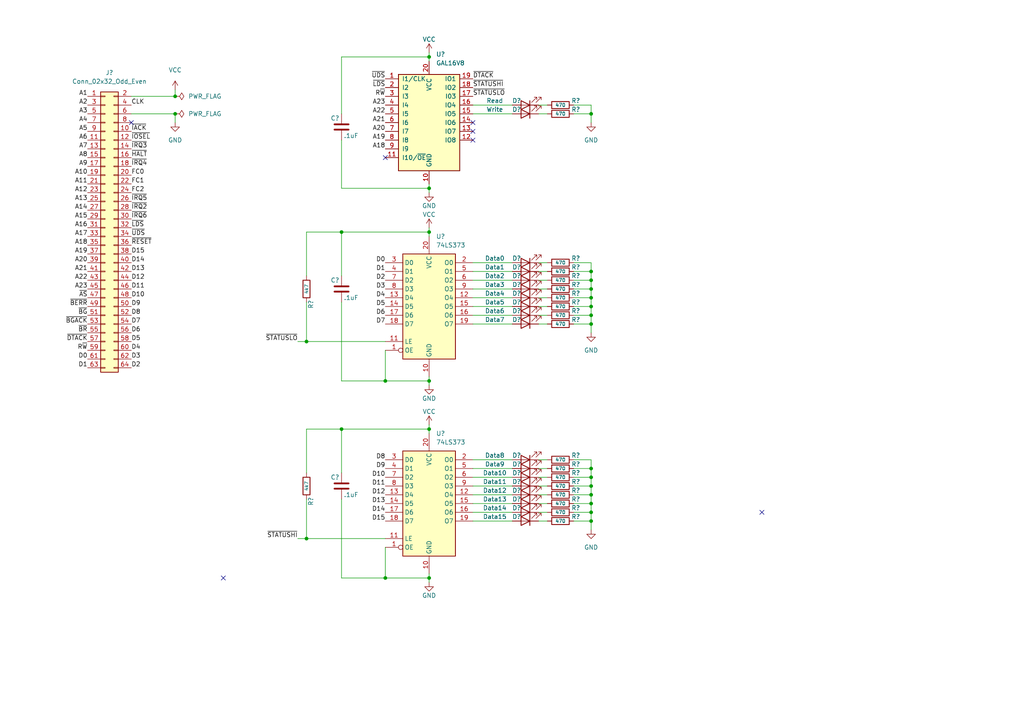
<source format=kicad_sch>
(kicad_sch (version 20211123) (generator eeschema)
  (paper "A4")
  (lib_symbols
    (symbol "74xx:74LS373"
      (property "Reference" "U" (at -7.62 16.51 0))
      (property "Value" "74LS373" (at -7.62 -16.51 0))
      (symbol "74LS373_1_0"
        (pin input inverted (at -12.7 -12.7 0) (length 5.08) (name "OE") (number "1"))
        (pin power_in line (at 0 -20.32 90) (length 5.08) (name "GND") (number "10"))
        (pin input line (at -12.7 -10.16 0) (length 5.08) (name "LE") (number "11"))
        (pin tri_state line (at 12.7 2.54 180) (length 5.08) (name "O4") (number "12"))
        (pin input line (at -12.7 2.54 0) (length 5.08) (name "D4") (number "13"))
        (pin input line (at -12.7 0 0) (length 5.08) (name "D5") (number "14"))
        (pin tri_state line (at 12.7 0 180) (length 5.08) (name "O5") (number "15"))
        (pin tri_state line (at 12.7 -2.54 180) (length 5.08) (name "O6") (number "16"))
        (pin input line (at -12.7 -2.54 0) (length 5.08) (name "D6") (number "17"))
        (pin input line (at -12.7 -5.08 0) (length 5.08) (name "D7") (number "18"))
        (pin tri_state line (at 12.7 -5.08 180) (length 5.08) (name "O7") (number "19"))
        (pin tri_state line (at 12.7 12.7 180) (length 5.08) (name "O0") (number "2"))
        (pin power_in line (at 0 20.32 270) (length 5.08) (name "VCC") (number "20"))
        (pin input line (at -12.7 12.7 0) (length 5.08) (name "D0") (number "3"))
        (pin input line (at -12.7 10.16 0) (length 5.08) (name "D1") (number "4"))
        (pin tri_state line (at 12.7 10.16 180) (length 5.08) (name "O1") (number "5"))
        (pin tri_state line (at 12.7 7.62 180) (length 5.08) (name "O2") (number "6"))
        (pin input line (at -12.7 7.62 0) (length 5.08) (name "D2") (number "7"))
        (pin input line (at -12.7 5.08 0) (length 5.08) (name "D3") (number "8"))
        (pin tri_state line (at 12.7 5.08 180) (length 5.08) (name "O3") (number "9"))
      )
      (symbol "74LS373_1_1"
        (rectangle (start -7.62 15.24) (end 7.62 -15.24) (stroke (width 0.254)) (fill (type background)))
      )
    )
    (symbol "Connector_Generic:Conn_02x32_Odd_Even" (pin_names (offset 1.016) hide)
      (property "Reference" "J" (at 1.27 40.64 0))
      (property "Value" "Conn_02x32_Odd_Even" (at 1.27 -43.18 0))
      (symbol "Conn_02x32_Odd_Even_1_1"
        (rectangle (start -1.27 -40.513) (end 0 -40.767) (stroke (width 0.1524)))
        (rectangle (start -1.27 -37.973) (end 0 -38.227) (stroke (width 0.1524)))
        (rectangle (start -1.27 -35.433) (end 0 -35.687) (stroke (width 0.1524)))
        (rectangle (start -1.27 -32.893) (end 0 -33.147) (stroke (width 0.1524)))
        (rectangle (start -1.27 -30.353) (end 0 -30.607) (stroke (width 0.1524)))
        (rectangle (start -1.27 -27.813) (end 0 -28.067) (stroke (width 0.1524)))
        (rectangle (start -1.27 -25.273) (end 0 -25.527) (stroke (width 0.1524)))
        (rectangle (start -1.27 -22.733) (end 0 -22.987) (stroke (width 0.1524)))
        (rectangle (start -1.27 -20.193) (end 0 -20.447) (stroke (width 0.1524)))
        (rectangle (start -1.27 -17.653) (end 0 -17.907) (stroke (width 0.1524)))
        (rectangle (start -1.27 -15.113) (end 0 -15.367) (stroke (width 0.1524)))
        (rectangle (start -1.27 -12.573) (end 0 -12.827) (stroke (width 0.1524)))
        (rectangle (start -1.27 -10.033) (end 0 -10.287) (stroke (width 0.1524)))
        (rectangle (start -1.27 -7.493) (end 0 -7.747) (stroke (width 0.1524)))
        (rectangle (start -1.27 -4.953) (end 0 -5.207) (stroke (width 0.1524)))
        (rectangle (start -1.27 -2.413) (end 0 -2.667) (stroke (width 0.1524)))
        (rectangle (start -1.27 0.127) (end 0 -0.127) (stroke (width 0.1524)))
        (rectangle (start -1.27 2.667) (end 0 2.413) (stroke (width 0.1524)))
        (rectangle (start -1.27 5.207) (end 0 4.953) (stroke (width 0.1524)))
        (rectangle (start -1.27 7.747) (end 0 7.493) (stroke (width 0.1524)))
        (rectangle (start -1.27 10.287) (end 0 10.033) (stroke (width 0.1524)))
        (rectangle (start -1.27 12.827) (end 0 12.573) (stroke (width 0.1524)))
        (rectangle (start -1.27 15.367) (end 0 15.113) (stroke (width 0.1524)))
        (rectangle (start -1.27 17.907) (end 0 17.653) (stroke (width 0.1524)))
        (rectangle (start -1.27 20.447) (end 0 20.193) (stroke (width 0.1524)))
        (rectangle (start -1.27 22.987) (end 0 22.733) (stroke (width 0.1524)))
        (rectangle (start -1.27 25.527) (end 0 25.273) (stroke (width 0.1524)))
        (rectangle (start -1.27 28.067) (end 0 27.813) (stroke (width 0.1524)))
        (rectangle (start -1.27 30.607) (end 0 30.353) (stroke (width 0.1524)))
        (rectangle (start -1.27 33.147) (end 0 32.893) (stroke (width 0.1524)))
        (rectangle (start -1.27 35.687) (end 0 35.433) (stroke (width 0.1524)))
        (rectangle (start -1.27 38.227) (end 0 37.973) (stroke (width 0.1524)))
        (rectangle (start -1.27 39.37) (end 3.81 -41.91) (stroke (width 0.254)) (fill (type background)))
        (rectangle (start 3.81 -40.513) (end 2.54 -40.767) (stroke (width 0.1524)))
        (rectangle (start 3.81 -37.973) (end 2.54 -38.227) (stroke (width 0.1524)))
        (rectangle (start 3.81 -35.433) (end 2.54 -35.687) (stroke (width 0.1524)))
        (rectangle (start 3.81 -32.893) (end 2.54 -33.147) (stroke (width 0.1524)))
        (rectangle (start 3.81 -30.353) (end 2.54 -30.607) (stroke (width 0.1524)))
        (rectangle (start 3.81 -27.813) (end 2.54 -28.067) (stroke (width 0.1524)))
        (rectangle (start 3.81 -25.273) (end 2.54 -25.527) (stroke (width 0.1524)))
        (rectangle (start 3.81 -22.733) (end 2.54 -22.987) (stroke (width 0.1524)))
        (rectangle (start 3.81 -20.193) (end 2.54 -20.447) (stroke (width 0.1524)))
        (rectangle (start 3.81 -17.653) (end 2.54 -17.907) (stroke (width 0.1524)))
        (rectangle (start 3.81 -15.113) (end 2.54 -15.367) (stroke (width 0.1524)))
        (rectangle (start 3.81 -12.573) (end 2.54 -12.827) (stroke (width 0.1524)))
        (rectangle (start 3.81 -10.033) (end 2.54 -10.287) (stroke (width 0.1524)))
        (rectangle (start 3.81 -7.493) (end 2.54 -7.747) (stroke (width 0.1524)))
        (rectangle (start 3.81 -4.953) (end 2.54 -5.207) (stroke (width 0.1524)))
        (rectangle (start 3.81 -2.413) (end 2.54 -2.667) (stroke (width 0.1524)))
        (rectangle (start 3.81 0.127) (end 2.54 -0.127) (stroke (width 0.1524)))
        (rectangle (start 3.81 2.667) (end 2.54 2.413) (stroke (width 0.1524)))
        (rectangle (start 3.81 5.207) (end 2.54 4.953) (stroke (width 0.1524)))
        (rectangle (start 3.81 7.747) (end 2.54 7.493) (stroke (width 0.1524)))
        (rectangle (start 3.81 10.287) (end 2.54 10.033) (stroke (width 0.1524)))
        (rectangle (start 3.81 12.827) (end 2.54 12.573) (stroke (width 0.1524)))
        (rectangle (start 3.81 15.367) (end 2.54 15.113) (stroke (width 0.1524)))
        (rectangle (start 3.81 17.907) (end 2.54 17.653) (stroke (width 0.1524)))
        (rectangle (start 3.81 20.447) (end 2.54 20.193) (stroke (width 0.1524)))
        (rectangle (start 3.81 22.987) (end 2.54 22.733) (stroke (width 0.1524)))
        (rectangle (start 3.81 25.527) (end 2.54 25.273) (stroke (width 0.1524)))
        (rectangle (start 3.81 28.067) (end 2.54 27.813) (stroke (width 0.1524)))
        (rectangle (start 3.81 30.607) (end 2.54 30.353) (stroke (width 0.1524)))
        (rectangle (start 3.81 33.147) (end 2.54 32.893) (stroke (width 0.1524)))
        (rectangle (start 3.81 35.687) (end 2.54 35.433) (stroke (width 0.1524)))
        (rectangle (start 3.81 38.227) (end 2.54 37.973) (stroke (width 0.1524)))
        (pin passive line (at -5.08 38.1 0) (length 3.81) (name "Pin_1") (number "1"))
        (pin passive line (at 7.62 27.94 180) (length 3.81) (name "Pin_10") (number "10"))
        (pin passive line (at -5.08 25.4 0) (length 3.81) (name "Pin_11") (number "11"))
        (pin passive line (at 7.62 25.4 180) (length 3.81) (name "Pin_12") (number "12"))
        (pin passive line (at -5.08 22.86 0) (length 3.81) (name "Pin_13") (number "13"))
        (pin passive line (at 7.62 22.86 180) (length 3.81) (name "Pin_14") (number "14"))
        (pin passive line (at -5.08 20.32 0) (length 3.81) (name "Pin_15") (number "15"))
        (pin passive line (at 7.62 20.32 180) (length 3.81) (name "Pin_16") (number "16"))
        (pin passive line (at -5.08 17.78 0) (length 3.81) (name "Pin_17") (number "17"))
        (pin passive line (at 7.62 17.78 180) (length 3.81) (name "Pin_18") (number "18"))
        (pin passive line (at -5.08 15.24 0) (length 3.81) (name "Pin_19") (number "19"))
        (pin passive line (at 7.62 38.1 180) (length 3.81) (name "Pin_2") (number "2"))
        (pin passive line (at 7.62 15.24 180) (length 3.81) (name "Pin_20") (number "20"))
        (pin passive line (at -5.08 12.7 0) (length 3.81) (name "Pin_21") (number "21"))
        (pin passive line (at 7.62 12.7 180) (length 3.81) (name "Pin_22") (number "22"))
        (pin passive line (at -5.08 10.16 0) (length 3.81) (name "Pin_23") (number "23"))
        (pin passive line (at 7.62 10.16 180) (length 3.81) (name "Pin_24") (number "24"))
        (pin passive line (at -5.08 7.62 0) (length 3.81) (name "Pin_25") (number "25"))
        (pin passive line (at 7.62 7.62 180) (length 3.81) (name "Pin_26") (number "26"))
        (pin passive line (at -5.08 5.08 0) (length 3.81) (name "Pin_27") (number "27"))
        (pin passive line (at 7.62 5.08 180) (length 3.81) (name "Pin_28") (number "28"))
        (pin passive line (at -5.08 2.54 0) (length 3.81) (name "Pin_29") (number "29"))
        (pin passive line (at -5.08 35.56 0) (length 3.81) (name "Pin_3") (number "3"))
        (pin passive line (at 7.62 2.54 180) (length 3.81) (name "Pin_30") (number "30"))
        (pin passive line (at -5.08 0 0) (length 3.81) (name "Pin_31") (number "31"))
        (pin passive line (at 7.62 0 180) (length 3.81) (name "Pin_32") (number "32"))
        (pin passive line (at -5.08 -2.54 0) (length 3.81) (name "Pin_33") (number "33"))
        (pin passive line (at 7.62 -2.54 180) (length 3.81) (name "Pin_34") (number "34"))
        (pin passive line (at -5.08 -5.08 0) (length 3.81) (name "Pin_35") (number "35"))
        (pin passive line (at 7.62 -5.08 180) (length 3.81) (name "Pin_36") (number "36"))
        (pin passive line (at -5.08 -7.62 0) (length 3.81) (name "Pin_37") (number "37"))
        (pin passive line (at 7.62 -7.62 180) (length 3.81) (name "Pin_38") (number "38"))
        (pin passive line (at -5.08 -10.16 0) (length 3.81) (name "Pin_39") (number "39"))
        (pin passive line (at 7.62 35.56 180) (length 3.81) (name "Pin_4") (number "4"))
        (pin passive line (at 7.62 -10.16 180) (length 3.81) (name "Pin_40") (number "40"))
        (pin passive line (at -5.08 -12.7 0) (length 3.81) (name "Pin_41") (number "41"))
        (pin passive line (at 7.62 -12.7 180) (length 3.81) (name "Pin_42") (number "42"))
        (pin passive line (at -5.08 -15.24 0) (length 3.81) (name "Pin_43") (number "43"))
        (pin passive line (at 7.62 -15.24 180) (length 3.81) (name "Pin_44") (number "44"))
        (pin passive line (at -5.08 -17.78 0) (length 3.81) (name "Pin_45") (number "45"))
        (pin passive line (at 7.62 -17.78 180) (length 3.81) (name "Pin_46") (number "46"))
        (pin passive line (at -5.08 -20.32 0) (length 3.81) (name "Pin_47") (number "47"))
        (pin passive line (at 7.62 -20.32 180) (length 3.81) (name "Pin_48") (number "48"))
        (pin passive line (at -5.08 -22.86 0) (length 3.81) (name "Pin_49") (number "49"))
        (pin passive line (at -5.08 33.02 0) (length 3.81) (name "Pin_5") (number "5"))
        (pin passive line (at 7.62 -22.86 180) (length 3.81) (name "Pin_50") (number "50"))
        (pin passive line (at -5.08 -25.4 0) (length 3.81) (name "Pin_51") (number "51"))
        (pin passive line (at 7.62 -25.4 180) (length 3.81) (name "Pin_52") (number "52"))
        (pin passive line (at -5.08 -27.94 0) (length 3.81) (name "Pin_53") (number "53"))
        (pin passive line (at 7.62 -27.94 180) (length 3.81) (name "Pin_54") (number "54"))
        (pin passive line (at -5.08 -30.48 0) (length 3.81) (name "Pin_55") (number "55"))
        (pin passive line (at 7.62 -30.48 180) (length 3.81) (name "Pin_56") (number "56"))
        (pin passive line (at -5.08 -33.02 0) (length 3.81) (name "Pin_57") (number "57"))
        (pin passive line (at 7.62 -33.02 180) (length 3.81) (name "Pin_58") (number "58"))
        (pin passive line (at -5.08 -35.56 0) (length 3.81) (name "Pin_59") (number "59"))
        (pin passive line (at 7.62 33.02 180) (length 3.81) (name "Pin_6") (number "6"))
        (pin passive line (at 7.62 -35.56 180) (length 3.81) (name "Pin_60") (number "60"))
        (pin passive line (at -5.08 -38.1 0) (length 3.81) (name "Pin_61") (number "61"))
        (pin passive line (at 7.62 -38.1 180) (length 3.81) (name "Pin_62") (number "62"))
        (pin passive line (at -5.08 -40.64 0) (length 3.81) (name "Pin_63") (number "63"))
        (pin passive line (at 7.62 -40.64 180) (length 3.81) (name "Pin_64") (number "64"))
        (pin passive line (at -5.08 30.48 0) (length 3.81) (name "Pin_7") (number "7"))
        (pin passive line (at 7.62 30.48 180) (length 3.81) (name "Pin_8") (number "8"))
        (pin passive line (at -5.08 27.94 0) (length 3.81) (name "Pin_9") (number "9"))
      )
    )
    (symbol "Device:C" (pin_numbers hide) (pin_names (offset 0.254))
      (property "Reference" "C" (at 0.635 2.54 0))
      (property "Value" "C" (at 0.635 -2.54 0))
      (symbol "C_0_1"
        (polyline (pts (xy -2.032 -0.762) (xy 2.032 -0.762)) (stroke (width 0.508)))
        (polyline (pts (xy -2.032 0.762) (xy 2.032 0.762)) (stroke (width 0.508)))
      )
      (symbol "C_1_1"
        (pin passive line (at 0 3.81 270) (length 2.794) (name "~") (number "1"))
        (pin passive line (at 0 -3.81 90) (length 2.794) (name "~") (number "2"))
      )
    )
    (symbol "Device:LED" (pin_numbers hide) (pin_names (offset 1.016) hide)
      (property "Reference" "D" (at 0 2.54 0))
      (property "Value" "LED" (at 0 -2.54 0))
      (symbol "LED_0_1"
        (polyline (pts (xy -1.27 -1.27) (xy -1.27 1.27)) (stroke (width 0.254)))
        (polyline (pts (xy -1.27 0) (xy 1.27 0)))
        (polyline (pts (xy 1.27 -1.27) (xy 1.27 1.27) (xy -1.27 0) (xy 1.27 -1.27)) (stroke (width 0.254)))
        (polyline (pts (xy -3.048 -0.762) (xy -4.572 -2.286) (xy -3.81 -2.286) (xy -4.572 -2.286) (xy -4.572 -1.524)))
        (polyline (pts (xy -1.778 -0.762) (xy -3.302 -2.286) (xy -2.54 -2.286) (xy -3.302 -2.286) (xy -3.302 -1.524)))
      )
      (symbol "LED_1_1"
        (pin passive line (at -3.81 0 0) (length 2.54) (name "K") (number "1"))
        (pin passive line (at 3.81 0 180) (length 2.54) (name "A") (number "2"))
      )
    )
    (symbol "Device:R" (pin_numbers hide) (pin_names (offset 0))
      (property "Reference" "R" (at 2.032 0 90))
      (property "Value" "R" (at 0 0 90))
      (symbol "R_0_1"
        (rectangle (start -1.016 -2.54) (end 1.016 2.54) (stroke (width 0.254)))
      )
      (symbol "R_1_1"
        (pin passive line (at 0 3.81 270) (length 1.27) (name "~") (number "1"))
        (pin passive line (at 0 -3.81 90) (length 1.27) (name "~") (number "2"))
      )
    )
    (symbol "Logic_Programmable:GAL16V8" (pin_names (offset 1.016))
      (property "Reference" "U" (at -8.89 16.51 0))
      (property "Value" "GAL16V8" (at 1.27 16.51 0))
      (symbol "GAL16V8_0_0"
        (pin power_in line (at 0 -17.78 90) (length 3.81) (name "GND") (number "10"))
        (pin power_in line (at 0 17.78 270) (length 3.81) (name "VCC") (number "20"))
      )
      (symbol "GAL16V8_0_1"
        (rectangle (start -8.89 13.97) (end 8.89 -13.97) (stroke (width 0.254)) (fill (type background)))
      )
      (symbol "GAL16V8_1_1"
        (pin input line (at -12.7 12.7 0) (length 3.81) (name "I1/CLK") (number "1"))
        (pin input line (at -12.7 -10.16 0) (length 3.81) (name "I10/~{OE}") (number "11"))
        (pin tri_state line (at 12.7 -5.08 180) (length 3.81) (name "IO8") (number "12"))
        (pin tri_state line (at 12.7 -2.54 180) (length 3.81) (name "IO7") (number "13"))
        (pin tri_state line (at 12.7 0 180) (length 3.81) (name "IO6") (number "14"))
        (pin tri_state line (at 12.7 2.54 180) (length 3.81) (name "IO5") (number "15"))
        (pin tri_state line (at 12.7 5.08 180) (length 3.81) (name "IO4") (number "16"))
        (pin tri_state line (at 12.7 7.62 180) (length 3.81) (name "I03") (number "17"))
        (pin tri_state line (at 12.7 10.16 180) (length 3.81) (name "IO2") (number "18"))
        (pin tri_state line (at 12.7 12.7 180) (length 3.81) (name "IO1") (number "19"))
        (pin input line (at -12.7 10.16 0) (length 3.81) (name "I2") (number "2"))
        (pin input line (at -12.7 7.62 0) (length 3.81) (name "I3") (number "3"))
        (pin input line (at -12.7 5.08 0) (length 3.81) (name "I4") (number "4"))
        (pin input line (at -12.7 2.54 0) (length 3.81) (name "I5") (number "5"))
        (pin input line (at -12.7 0 0) (length 3.81) (name "I6") (number "6"))
        (pin input line (at -12.7 -2.54 0) (length 3.81) (name "I7") (number "7"))
        (pin input line (at -12.7 -5.08 0) (length 3.81) (name "I8") (number "8"))
        (pin input line (at -12.7 -7.62 0) (length 3.81) (name "I9") (number "9"))
      )
    )
    (symbol "power:GND" (power) (pin_names (offset 0))
      (property "Value" "GND" (at 0 -3.81 0))
      (symbol "GND_0_1"
        (polyline (pts (xy 0 0) (xy 0 -1.27) (xy 1.27 -1.27) (xy 0 -2.54) (xy -1.27 -1.27) (xy 0 -1.27)))
      )
      (symbol "GND_1_1"
        (pin power_in line (at 0 0 270) (length 0) hide (name "GND") (number "1"))
      )
    )
    (symbol "power:PWR_FLAG" (power) (pin_numbers hide) (pin_names (offset 0) hide)
      (property "Value" "PWR_FLAG" (at 0 3.81 0))
      (symbol "PWR_FLAG_0_0"
        (pin power_out line (at 0 0 90) (length 0) (name "pwr") (number "1"))
      )
      (symbol "PWR_FLAG_0_1"
        (polyline (pts (xy 0 0) (xy 0 1.27) (xy -1.016 1.905) (xy 0 2.54) (xy 1.016 1.905) (xy 0 1.27)))
      )
    )
    (symbol "power:VCC" (power) (pin_names (offset 0))
      (property "Value" "VCC" (at 0 3.81 0))
      (symbol "VCC_0_1"
        (polyline (pts (xy -0.762 1.27) (xy 0 2.54)))
        (polyline (pts (xy 0 0) (xy 0 2.54)))
        (polyline (pts (xy 0 2.54) (xy 0.762 1.27)))
      )
      (symbol "VCC_1_1"
        (pin power_in line (at 0 0 90) (length 0) hide (name "VCC") (number "1"))
      )
    )
  )
  (junction (at 171.45 33.02))
  (junction (at 124.46 110.49))
  (junction (at 171.45 140.97))
  (junction (at 171.45 146.05))
  (junction (at 171.45 81.28))
  (junction (at 88.9 99.06))
  (junction (at 111.76 110.49))
  (junction (at 171.45 93.98))
  (junction (at 50.8 27.94))
  (junction (at 171.45 135.89))
  (junction (at 171.45 143.51))
  (junction (at 171.45 78.74))
  (junction (at 124.46 54.61))
  (junction (at 88.9 156.21))
  (junction (at 171.45 83.82))
  (junction (at 171.45 86.36))
  (junction (at 124.46 16.51))
  (junction (at 171.45 151.13))
  (junction (at 99.06 67.31))
  (junction (at 171.45 138.43))
  (junction (at 99.06 124.46))
  (junction (at 171.45 148.59))
  (junction (at 124.46 167.64))
  (junction (at 50.8 33.02))
  (junction (at 171.45 88.9))
  (junction (at 171.45 91.44))
  (junction (at 124.46 124.46))
  (junction (at 124.46 67.31))
  (junction (at 111.76 167.64))
  (no_connect (at 220.98 148.59))
  (no_connect (at 38.1 35.56))
  (no_connect (at 137.16 38.1))
  (no_connect (at 64.77 167.64))
  (no_connect (at -24.13 81.28))
  (no_connect (at 137.16 40.64))
  (no_connect (at 137.16 35.56))
  (no_connect (at 294.64 -35.56))
  (no_connect (at 111.76 45.72))
  (wire (pts (xy 124.46 110.49) (xy 124.46 111.76)))
  (wire (pts (xy 171.45 133.35) (xy 166.37 133.35)))
  (wire (pts (xy 88.9 99.06) (xy 111.76 99.06)))
  (wire (pts (xy 99.06 167.64) (xy 111.76 167.64)))
  (wire (pts (xy 166.37 88.9) (xy 171.45 88.9)))
  (wire (pts (xy 50.8 33.02) (xy 50.8 35.56)))
  (wire (pts (xy 38.1 27.94) (xy 50.8 27.94)))
  (wire (pts (xy 50.8 26.035) (xy 50.8 27.94)))
  (wire (pts (xy 86.36 99.06) (xy 88.9 99.06)))
  (wire (pts (xy 166.37 148.59) (xy 171.45 148.59)))
  (wire (pts (xy 124.46 123.19) (xy 124.46 124.46)))
  (wire (pts (xy 171.45 146.05) (xy 171.45 143.51)))
  (wire (pts (xy 171.45 93.98) (xy 171.45 91.44)))
  (wire (pts (xy 99.06 67.31) (xy 99.06 80.01)))
  (wire (pts (xy 137.16 140.97) (xy 148.59 140.97)))
  (wire (pts (xy 137.16 148.59) (xy 148.59 148.59)))
  (wire (pts (xy 166.37 140.97) (xy 171.45 140.97)))
  (wire (pts (xy 166.37 135.89) (xy 171.45 135.89)))
  (wire (pts (xy 124.46 109.22) (xy 124.46 110.49)))
  (wire (pts (xy 99.06 16.51) (xy 124.46 16.51)))
  (wire (pts (xy 111.76 167.64) (xy 124.46 167.64)))
  (wire (pts (xy 111.76 110.49) (xy 124.46 110.49)))
  (wire (pts (xy 171.45 151.13) (xy 171.45 148.59)))
  (wire (pts (xy 137.16 143.51) (xy 148.59 143.51)))
  (wire (pts (xy 99.06 87.63) (xy 99.06 110.49)))
  (wire (pts (xy 99.06 40.64) (xy 99.06 54.61)))
  (wire (pts (xy 156.21 138.43) (xy 158.75 138.43)))
  (wire (pts (xy 156.21 135.89) (xy 158.75 135.89)))
  (wire (pts (xy 137.16 81.28) (xy 148.59 81.28)))
  (wire (pts (xy 166.37 83.82) (xy 171.45 83.82)))
  (wire (pts (xy 166.37 138.43) (xy 171.45 138.43)))
  (wire (pts (xy 88.9 137.16) (xy 88.9 124.46)))
  (wire (pts (xy 99.06 67.31) (xy 124.46 67.31)))
  (wire (pts (xy 124.46 16.51) (xy 124.46 17.78)))
  (wire (pts (xy 137.16 86.36) (xy 148.59 86.36)))
  (wire (pts (xy 156.21 78.74) (xy 158.75 78.74)))
  (wire (pts (xy 88.9 124.46) (xy 99.06 124.46)))
  (wire (pts (xy 137.16 133.35) (xy 148.59 133.35)))
  (wire (pts (xy 156.21 133.35) (xy 158.75 133.35)))
  (wire (pts (xy 171.45 138.43) (xy 171.45 135.89)))
  (wire (pts (xy 124.46 66.04) (xy 124.46 67.31)))
  (wire (pts (xy 156.21 143.51) (xy 158.75 143.51)))
  (wire (pts (xy 166.37 146.05) (xy 171.45 146.05)))
  (wire (pts (xy 171.45 86.36) (xy 171.45 83.82)))
  (wire (pts (xy 137.16 135.89) (xy 148.59 135.89)))
  (wire (pts (xy 171.45 135.89) (xy 171.45 133.35)))
  (wire (pts (xy 156.21 151.13) (xy 158.75 151.13)))
  (wire (pts (xy 137.16 93.98) (xy 148.59 93.98)))
  (wire (pts (xy 124.46 67.31) (xy 124.46 68.58)))
  (wire (pts (xy 156.21 86.36) (xy 158.75 86.36)))
  (wire (pts (xy 137.16 151.13) (xy 148.59 151.13)))
  (wire (pts (xy 156.21 33.02) (xy 158.75 33.02)))
  (wire (pts (xy 171.45 153.67) (xy 171.45 151.13)))
  (wire (pts (xy 171.45 30.48) (xy 166.37 30.48)))
  (wire (pts (xy 156.21 146.05) (xy 158.75 146.05)))
  (wire (pts (xy 88.9 156.21) (xy 111.76 156.21)))
  (wire (pts (xy 156.21 148.59) (xy 158.75 148.59)))
  (wire (pts (xy 166.37 91.44) (xy 171.45 91.44)))
  (wire (pts (xy 88.9 67.31) (xy 99.06 67.31)))
  (wire (pts (xy 99.06 110.49) (xy 111.76 110.49)))
  (wire (pts (xy 137.16 30.48) (xy 148.59 30.48)))
  (wire (pts (xy 124.46 124.46) (xy 124.46 125.73)))
  (wire (pts (xy 99.06 54.61) (xy 124.46 54.61)))
  (wire (pts (xy 171.45 148.59) (xy 171.45 146.05)))
  (wire (pts (xy 88.9 87.63) (xy 88.9 99.06)))
  (wire (pts (xy 166.37 81.28) (xy 171.45 81.28)))
  (wire (pts (xy 137.16 76.2) (xy 148.59 76.2)))
  (wire (pts (xy 156.21 76.2) (xy 158.75 76.2)))
  (wire (pts (xy 171.45 140.97) (xy 171.45 138.43)))
  (wire (pts (xy 86.36 156.21) (xy 88.9 156.21)))
  (wire (pts (xy 88.9 80.01) (xy 88.9 67.31)))
  (wire (pts (xy 171.45 78.74) (xy 171.45 76.2)))
  (wire (pts (xy 166.37 86.36) (xy 171.45 86.36)))
  (wire (pts (xy 171.45 30.48) (xy 171.45 33.02)))
  (wire (pts (xy 166.37 151.13) (xy 171.45 151.13)))
  (wire (pts (xy 99.06 124.46) (xy 124.46 124.46)))
  (wire (pts (xy 171.45 143.51) (xy 171.45 140.97)))
  (wire (pts (xy 156.21 91.44) (xy 158.75 91.44)))
  (wire (pts (xy 171.45 83.82) (xy 171.45 81.28)))
  (wire (pts (xy 166.37 78.74) (xy 171.45 78.74)))
  (wire (pts (xy 171.45 33.02) (xy 171.45 35.56)))
  (wire (pts (xy 156.21 88.9) (xy 158.75 88.9)))
  (wire (pts (xy 137.16 78.74) (xy 148.59 78.74)))
  (wire (pts (xy 88.9 144.78) (xy 88.9 156.21)))
  (wire (pts (xy 137.16 88.9) (xy 148.59 88.9)))
  (wire (pts (xy 171.45 76.2) (xy 166.37 76.2)))
  (wire (pts (xy 166.37 143.51) (xy 171.45 143.51)))
  (wire (pts (xy 111.76 158.75) (xy 111.76 167.64)))
  (wire (pts (xy 171.45 96.52) (xy 171.45 93.98)))
  (wire (pts (xy 99.06 144.78) (xy 99.06 167.64)))
  (wire (pts (xy 99.06 16.51) (xy 99.06 33.02)))
  (wire (pts (xy 124.46 167.64) (xy 124.46 168.91)))
  (wire (pts (xy 166.37 93.98) (xy 171.45 93.98)))
  (wire (pts (xy 124.46 54.61) (xy 124.46 55.88)))
  (wire (pts (xy 111.76 101.6) (xy 111.76 110.49)))
  (wire (pts (xy 171.45 88.9) (xy 171.45 86.36)))
  (wire (pts (xy 171.45 81.28) (xy 171.45 78.74)))
  (wire (pts (xy 171.45 91.44) (xy 171.45 88.9)))
  (wire (pts (xy 137.16 91.44) (xy 148.59 91.44)))
  (wire (pts (xy 156.21 30.48) (xy 158.75 30.48)))
  (wire (pts (xy 99.06 124.46) (xy 99.06 137.16)))
  (wire (pts (xy 137.16 138.43) (xy 148.59 138.43)))
  (wire (pts (xy 124.46 15.24) (xy 124.46 16.51)))
  (wire (pts (xy 156.21 83.82) (xy 158.75 83.82)))
  (wire (pts (xy 156.21 93.98) (xy 158.75 93.98)))
  (wire (pts (xy 166.37 33.02) (xy 171.45 33.02)))
  (wire (pts (xy 124.46 166.37) (xy 124.46 167.64)))
  (wire (pts (xy 124.46 53.34) (xy 124.46 54.61)))
  (wire (pts (xy 137.16 33.02) (xy 148.59 33.02)))
  (wire (pts (xy 137.16 146.05) (xy 148.59 146.05)))
  (wire (pts (xy 156.21 81.28) (xy 158.75 81.28)))
  (wire (pts (xy 156.21 140.97) (xy 158.75 140.97)))
  (wire (pts (xy 38.1 33.02) (xy 50.8 33.02)))
  (wire (pts (xy 137.16 83.82) (xy 148.59 83.82)))
  (label "D3" (at 111.76 83.82 180))
  (label "D8" (at 38.1 91.44 0))
  (label "~{BG}" (at 25.4 91.44 180))
  (label "D0" (at 25.4 104.14 180))
  (label "~{IRQ2}" (at 38.1 60.96 0))
  (label "D0" (at 111.76 76.2 180))
  (label "A19" (at 111.76 40.64 180))
  (label "~{BGACK}" (at 25.4 93.98 180))
  (label "~{IOSEL}" (at 38.1 40.64 0))
  (label "D9" (at 111.76 135.89 180))
  (label "A12" (at 25.4 55.88 180))
  (label "D7" (at 111.76 93.98 180))
  (label "D10" (at 111.76 138.43 180))
  (label "~{UDS}" (at 111.76 22.86 180))
  (label "D12" (at 111.76 143.51 180))
  (label "D7" (at 38.1 93.98 0))
  (label "D1" (at 111.76 78.74 180))
  (label "D6" (at 111.76 91.44 180))
  (label "D4" (at 111.76 86.36 180))
  (label "~{STATUSLO}" (at 137.16 27.94 0))
  (label "A15" (at 25.4 63.5 180))
  (label "A11" (at 25.4 53.34 180))
  (label "D5" (at 111.76 88.9 180))
  (label "~{STATUSHI}" (at 86.36 156.21 180))
  (label "D13" (at 38.1 78.74 0))
  (label "A23" (at 111.76 30.48 180))
  (label "D12" (at 38.1 81.28 0))
  (label "D2" (at 38.1 106.68 0))
  (label "A21" (at 25.4 78.74 180))
  (label "~{BR}" (at 25.4 96.52 180))
  (label "~{LDS}" (at 111.76 25.4 180))
  (label "R~{W}" (at 111.76 27.94 180))
  (label "~{STATUSLO}" (at 86.36 99.06 180))
  (label "~{STATUSHI}" (at 137.16 25.4 0))
  (label "R~{W}" (at 25.4 101.6 180))
  (label "A22" (at 25.4 81.28 180))
  (label "A22" (at 111.76 33.02 180))
  (label "D14" (at 111.76 148.59 180))
  (label "A9" (at 25.4 48.26 180))
  (label "CLK" (at 38.1 30.48 0))
  (label "A23" (at 25.4 83.82 180))
  (label "D14" (at 38.1 76.2 0))
  (label "D13" (at 111.76 146.05 180))
  (label "A13" (at 25.4 58.42 180))
  (label "~{IRQ6}" (at 38.1 63.5 0))
  (label "D9" (at 38.1 88.9 0))
  (label "~{LDS}" (at 38.1 66.04 0))
  (label "A3" (at 25.4 33.02 180))
  (label "~{IRQ5}" (at 38.1 58.42 0))
  (label "A19" (at 25.4 73.66 180))
  (label "A2" (at 25.4 30.48 180))
  (label "D4" (at 38.1 101.6 0))
  (label "~{IRQ3}" (at 38.1 43.18 0))
  (label "A21" (at 111.76 35.56 180))
  (label "~{DTACK}" (at 25.4 99.06 180))
  (label "D15" (at 38.1 73.66 0))
  (label "~{BERR}" (at 25.4 88.9 180))
  (label "~{RESET}" (at 38.1 71.12 0))
  (label "A5" (at 25.4 38.1 180))
  (label "A14" (at 25.4 60.96 180))
  (label "D5" (at 38.1 99.06 0))
  (label "~{IRQ4}" (at 38.1 48.26 0))
  (label "A8" (at 25.4 45.72 180))
  (label "D6" (at 38.1 96.52 0))
  (label "FC0" (at 38.1 50.8 0))
  (label "A7" (at 25.4 43.18 180))
  (label "D10" (at 38.1 86.36 0))
  (label "A1" (at 25.4 27.94 180))
  (label "D15" (at 111.76 151.13 180))
  (label "D2" (at 111.76 81.28 180))
  (label "~{UDS}" (at 38.1 68.58 0))
  (label "~{AS}" (at 25.4 86.36 180))
  (label "A4" (at 25.4 35.56 180))
  (label "D3" (at 38.1 104.14 0))
  (label "D1" (at 25.4 106.68 180))
  (label "D8" (at 111.76 133.35 180))
  (label "~{IACK}" (at 38.1 38.1 0))
  (label "A18" (at 111.76 43.18 180))
  (label "A20" (at 111.76 38.1 180))
  (label "A18" (at 25.4 71.12 180))
  (label "A17" (at 25.4 68.58 180))
  (label "~{HALT}" (at 38.1 45.72 0))
  (label "A16" (at 25.4 66.04 180))
  (label "D11" (at 111.76 140.97 180))
  (label "~{DTACK}" (at 137.16 22.86 0))
  (label "FC1" (at 38.1 53.34 0))
  (label "A6" (at 25.4 40.64 180))
  (label "A20" (at 25.4 76.2 180))
  (label "A10" (at 25.4 50.8 180))
  (label "D11" (at 38.1 83.82 0))
  (label "FC2" (at 38.1 55.88 0))
  (symbol (lib_id "Device:R") (at 162.56 78.74 270) (unit 1)
    (property "Reference" "R?" (at 167.005 77.47 90))
    (property "Value" "470" (at 162.56 78.74 90) (effects (font (size 1 1))))
    (property "Footprint" "Resistor_THT:R_Axial_DIN0207_L6.3mm_D2.5mm_P7.62mm_Horizontal" (effects hide))
  )
  (symbol (lib_id "power:GND") (at 171.45 153.67 0) (unit 1)
    (property "Reference" "#PWR?" (effects hide))
    (property "Value" "GND" (at 171.45 158.75 0))
  )
  (symbol (lib_id "power:GND") (at 124.46 111.76 0) (unit 1)
    (property "Reference" "#PWR?" (effects hide))
    (property "Value" "GND" (at 124.46 115.57 0))
  )
  (symbol (lib_id "Device:R") (at 162.56 33.02 270) (unit 1)
    (property "Reference" "R?" (at 167.005 31.75 90))
    (property "Value" "470" (at 162.56 33.02 90) (effects (font (size 1 1))))
    (property "Footprint" "Resistor_THT:R_Axial_DIN0207_L6.3mm_D2.5mm_P7.62mm_Horizontal" (effects hide))
  )
  (symbol (lib_id "Device:LED") (at 152.4 86.36 180) (unit 1)
    (property "Reference" "D?" (at 149.86 85.09 0))
    (property "Value" "Data4" (at 143.51 85.09 0))
  )
  (symbol (lib_id "Device:LED") (at 152.4 76.2 180) (unit 1)
    (property "Reference" "D?" (at 149.86 74.93 0))
    (property "Value" "Data0" (at 143.51 74.93 0))
  )
  (symbol (lib_id "Device:LED") (at 152.4 143.51 180) (unit 1)
    (property "Reference" "D?" (at 149.86 142.24 0))
    (property "Value" "Data12" (at 143.51 142.24 0))
  )
  (symbol (lib_id "Device:LED") (at 152.4 88.9 180) (unit 1)
    (property "Reference" "D?" (at 149.86 87.63 0))
    (property "Value" "Data5" (at 143.51 87.63 0))
  )
  (symbol (lib_id "Device:R") (at 162.56 30.48 270) (unit 1)
    (property "Reference" "R?" (at 167.005 29.21 90))
    (property "Value" "470" (at 162.56 30.48 90) (effects (font (size 1 1))))
    (property "Footprint" "Resistor_THT:R_Axial_DIN0207_L6.3mm_D2.5mm_P7.62mm_Horizontal" (effects hide))
  )
  (symbol (lib_id "Device:LED") (at 152.4 91.44 180) (unit 1)
    (property "Reference" "D?" (at 149.86 90.17 0))
    (property "Value" "Data6" (at 143.51 90.17 0))
  )
  (symbol (lib_id "Device:LED") (at 152.4 138.43 180) (unit 1)
    (property "Reference" "D?" (at 149.86 137.16 0))
    (property "Value" "Data10" (at 143.51 137.16 0))
  )
  (symbol (lib_id "Device:R") (at 162.56 146.05 270) (unit 1)
    (property "Reference" "R?" (at 167.005 144.78 90))
    (property "Value" "470" (at 162.56 146.05 90) (effects (font (size 1 1))))
    (property "Footprint" "Resistor_THT:R_Axial_DIN0207_L6.3mm_D2.5mm_P7.62mm_Horizontal" (effects hide))
  )
  (symbol (lib_id "Device:R") (at 162.56 138.43 270) (unit 1)
    (property "Reference" "R?" (at 167.005 137.16 90))
    (property "Value" "470" (at 162.56 138.43 90) (effects (font (size 1 1))))
    (property "Footprint" "Resistor_THT:R_Axial_DIN0207_L6.3mm_D2.5mm_P7.62mm_Horizontal" (effects hide))
  )
  (symbol (lib_id "Device:R") (at 162.56 148.59 270) (unit 1)
    (property "Reference" "R?" (at 167.005 147.32 90))
    (property "Value" "470" (at 162.56 148.59 90) (effects (font (size 1 1))))
    (property "Footprint" "Resistor_THT:R_Axial_DIN0207_L6.3mm_D2.5mm_P7.62mm_Horizontal" (effects hide))
  )
  (symbol (lib_id "power:PWR_FLAG") (at 50.8 27.94 270) (unit 1)
    (property "Reference" "#FLG?" (effects hide))
    (property "Value" "PWR_FLAG" (at 54.61 27.9399 90) (effects (justify left)))
  )
  (symbol (lib_id "Device:R") (at 162.56 135.89 270) (unit 1)
    (property "Reference" "R?" (at 167.005 134.62 90))
    (property "Value" "470" (at 162.56 135.89 90) (effects (font (size 1 1))))
    (property "Footprint" "Resistor_THT:R_Axial_DIN0207_L6.3mm_D2.5mm_P7.62mm_Horizontal" (effects hide))
  )
  (symbol (lib_id "Device:LED") (at 152.4 83.82 180) (unit 1)
    (property "Reference" "D?" (at 149.86 82.55 0))
    (property "Value" "Data3" (at 143.51 82.55 0))
  )
  (symbol (lib_id "Device:LED") (at 152.4 151.13 180) (unit 1)
    (property "Reference" "D?" (at 149.86 149.86 0))
    (property "Value" "Data15" (at 143.51 149.86 0))
  )
  (symbol (lib_id "Device:R") (at 88.9 83.82 180) (unit 1)
    (property "Reference" "R?" (at 90.17 88.265 90))
    (property "Value" "4k7" (at 88.9 83.82 90) (effects (font (size 1 1))))
    (property "Footprint" "Resistor_THT:R_Axial_DIN0207_L6.3mm_D2.5mm_P7.62mm_Horizontal" (effects hide))
  )
  (symbol (lib_id "power:PWR_FLAG") (at 50.8 33.02 270) (unit 1)
    (property "Reference" "#FLG?" (effects hide))
    (property "Value" "PWR_FLAG" (at 54.61 33.0199 90) (effects (justify left)))
  )
  (symbol (lib_id "power:VCC") (at 124.46 123.19 0) (unit 1)
    (property "Reference" "#PWR?" (effects hide))
    (property "Value" "VCC" (at 124.46 119.38 0))
  )
  (symbol (lib_id "Device:R") (at 162.56 86.36 270) (unit 1)
    (property "Reference" "R?" (at 167.005 85.09 90))
    (property "Value" "470" (at 162.56 86.36 90) (effects (font (size 1 1))))
    (property "Footprint" "Resistor_THT:R_Axial_DIN0207_L6.3mm_D2.5mm_P7.62mm_Horizontal" (effects hide))
  )
  (symbol (lib_id "74xx:74LS373") (at 124.46 146.05 0) (unit 1)
    (property "Reference" "U?" (at 126.4794 125.73 0) (effects (justify left)))
    (property "Value" "74LS373" (at 126.4794 128.27 0) (effects (justify left)))
    (property "Datasheet" "http://www.ti.com/lit/gpn/sn74LS373" (effects hide))
  )
  (symbol (lib_id "power:VCC") (at 50.8 26.035 0) (unit 1)
    (property "Reference" "#PWR?" (effects hide))
    (property "Value" "VCC" (at 50.8 20.32 0))
  )
  (symbol (lib_id "power:GND") (at 50.8 35.56 0) (unit 1)
    (property "Reference" "#PWR?" (effects hide))
    (property "Value" "GND" (at 50.8 40.64 0))
  )
  (symbol (lib_id "Device:C") (at 99.06 140.97 0) (unit 1)
    (property "Reference" "C?" (at 95.885 138.43 0) (effects (justify left)))
    (property "Value" ".1uF" (at 99.695 143.51 0) (effects (justify left)))
    (property "Footprint" "Capacitor_THT:C_Disc_D3.4mm_W2.1mm_P2.50mm" (effects hide))
  )
  (symbol (lib_id "Device:R") (at 88.9 140.97 180) (unit 1)
    (property "Reference" "R?" (at 90.17 145.415 90))
    (property "Value" "4k7" (at 88.9 140.97 90) (effects (font (size 1 1))))
    (property "Footprint" "Resistor_THT:R_Axial_DIN0207_L6.3mm_D2.5mm_P7.62mm_Horizontal" (effects hide))
  )
  (symbol (lib_id "Device:LED") (at 152.4 30.48 180) (unit 1)
    (property "Reference" "D?" (at 149.86 29.21 0))
    (property "Value" "Read" (at 143.51 29.21 0))
  )
  (symbol (lib_id "Device:R") (at 162.56 76.2 270) (unit 1)
    (property "Reference" "R?" (at 167.005 74.93 90))
    (property "Value" "470" (at 162.56 76.2 90) (effects (font (size 1 1))))
    (property "Footprint" "Resistor_THT:R_Axial_DIN0207_L6.3mm_D2.5mm_P7.62mm_Horizontal" (effects hide))
  )
  (symbol (lib_id "Device:LED") (at 152.4 133.35 180) (unit 1)
    (property "Reference" "D?" (at 149.86 132.08 0))
    (property "Value" "Data8" (at 143.51 132.08 0))
  )
  (symbol (lib_id "Device:LED") (at 152.4 148.59 180) (unit 1)
    (property "Reference" "D?" (at 149.86 147.32 0))
    (property "Value" "Data14" (at 143.51 147.32 0))
  )
  (symbol (lib_id "Device:R") (at 162.56 151.13 270) (unit 1)
    (property "Reference" "R?" (at 167.005 149.86 90))
    (property "Value" "470" (at 162.56 151.13 90) (effects (font (size 1 1))))
    (property "Footprint" "Resistor_THT:R_Axial_DIN0207_L6.3mm_D2.5mm_P7.62mm_Horizontal" (effects hide))
  )
  (symbol (lib_id "Logic_Programmable:GAL16V8") (at 124.46 35.56 0) (unit 1)
    (property "Reference" "U?" (at 126.4794 15.748 0) (effects (justify left)))
    (property "Value" "GAL16V8" (at 126.4794 18.288 0) (effects (justify left)))
  )
  (symbol (lib_id "Device:R") (at 162.56 81.28 270) (unit 1)
    (property "Reference" "R?" (at 167.005 80.01 90))
    (property "Value" "470" (at 162.56 81.28 90) (effects (font (size 1 1))))
    (property "Footprint" "Resistor_THT:R_Axial_DIN0207_L6.3mm_D2.5mm_P7.62mm_Horizontal" (effects hide))
  )
  (symbol (lib_id "Device:C") (at 99.06 36.83 0) (unit 1)
    (property "Reference" "C?" (at 95.885 34.29 0) (effects (justify left)))
    (property "Value" ".1uF" (at 99.695 39.37 0) (effects (justify left)))
    (property "Footprint" "Capacitor_THT:C_Disc_D3.4mm_W2.1mm_P2.50mm" (effects hide))
  )
  (symbol (lib_id "Device:R") (at 162.56 140.97 270) (unit 1)
    (property "Reference" "R?" (at 167.005 139.7 90))
    (property "Value" "470" (at 162.56 140.97 90) (effects (font (size 1 1))))
    (property "Footprint" "Resistor_THT:R_Axial_DIN0207_L6.3mm_D2.5mm_P7.62mm_Horizontal" (effects hide))
  )
  (symbol (lib_id "Connector_Generic:Conn_02x32_Odd_Even") (at 30.48 66.04 0) (unit 1)
    (property "Reference" "J?" (at 31.75 21.082 0))
    (property "Value" "Conn_02x32_Odd_Even" (at 31.75 23.622 0))
    (property "Footprint" "Connector_PinHeader_2.54mm:PinHeader_2x32_P2.54mm_Horizontal" (effects hide))
  )
  (symbol (lib_id "Device:LED") (at 152.4 135.89 180) (unit 1)
    (property "Reference" "D?" (at 149.86 134.62 0))
    (property "Value" "Data9" (at 143.51 134.62 0))
  )
  (symbol (lib_id "Device:LED") (at 152.4 93.98 180) (unit 1)
    (property "Reference" "D?" (at 149.86 92.71 0))
    (property "Value" "Data7" (at 143.51 92.71 0))
  )
  (symbol (lib_id "Device:LED") (at 152.4 33.02 180) (unit 1)
    (property "Reference" "D?" (at 149.86 31.75 0))
    (property "Value" "Write" (at 143.51 31.75 0))
  )
  (symbol (lib_id "Device:C") (at 99.06 83.82 0) (unit 1)
    (property "Reference" "C?" (at 95.885 81.28 0) (effects (justify left)))
    (property "Value" ".1uF" (at 99.695 86.36 0) (effects (justify left)))
    (property "Footprint" "Capacitor_THT:C_Disc_D3.4mm_W2.1mm_P2.50mm" (effects hide))
  )
  (symbol (lib_id "74xx:74LS373") (at 124.46 88.9 0) (unit 1)
    (property "Reference" "U?" (at 126.4794 68.58 0) (effects (justify left)))
    (property "Value" "74LS373" (at 126.4794 71.12 0) (effects (justify left)))
    (property "Datasheet" "http://www.ti.com/lit/gpn/sn74LS373" (effects hide))
  )
  (symbol (lib_id "Device:R") (at 162.56 83.82 270) (unit 1)
    (property "Reference" "R?" (at 167.005 82.55 90))
    (property "Value" "470" (at 162.56 83.82 90) (effects (font (size 1 1))))
    (property "Footprint" "Resistor_THT:R_Axial_DIN0207_L6.3mm_D2.5mm_P7.62mm_Horizontal" (effects hide))
  )
  (symbol (lib_id "Device:R") (at 162.56 91.44 270) (unit 1)
    (property "Reference" "R?" (at 167.005 90.17 90))
    (property "Value" "470" (at 162.56 91.44 90) (effects (font (size 1 1))))
    (property "Footprint" "Resistor_THT:R_Axial_DIN0207_L6.3mm_D2.5mm_P7.62mm_Horizontal" (effects hide))
  )
  (symbol (lib_id "Device:LED") (at 152.4 140.97 180) (unit 1)
    (property "Reference" "D?" (at 149.86 139.7 0))
    (property "Value" "Data11" (at 143.51 139.7 0))
  )
  (symbol (lib_id "Device:LED") (at 152.4 78.74 180) (unit 1)
    (property "Reference" "D?" (at 149.86 77.47 0))
    (property "Value" "Data1" (at 143.51 77.47 0))
  )
  (symbol (lib_id "power:VCC") (at 124.46 66.04 0) (unit 1)
    (property "Reference" "#PWR?" (effects hide))
    (property "Value" "VCC" (at 124.46 62.23 0))
  )
  (symbol (lib_id "power:VCC") (at 124.46 15.24 0) (unit 1)
    (property "Reference" "#PWR?" (effects hide))
    (property "Value" "VCC" (at 124.46 11.43 0))
  )
  (symbol (lib_id "power:GND") (at 171.45 96.52 0) (unit 1)
    (property "Reference" "#PWR?" (effects hide))
    (property "Value" "GND" (at 171.45 101.6 0))
  )
  (symbol (lib_id "Device:R") (at 162.56 133.35 270) (unit 1)
    (property "Reference" "R?" (at 167.005 132.08 90))
    (property "Value" "470" (at 162.56 133.35 90) (effects (font (size 1 1))))
    (property "Footprint" "Resistor_THT:R_Axial_DIN0207_L6.3mm_D2.5mm_P7.62mm_Horizontal" (effects hide))
  )
  (symbol (lib_id "Device:R") (at 162.56 143.51 270) (unit 1)
    (property "Reference" "R?" (at 167.005 142.24 90))
    (property "Value" "470" (at 162.56 143.51 90) (effects (font (size 1 1))))
    (property "Footprint" "Resistor_THT:R_Axial_DIN0207_L6.3mm_D2.5mm_P7.62mm_Horizontal" (effects hide))
  )
  (symbol (lib_id "power:GND") (at 124.46 168.91 0) (unit 1)
    (property "Reference" "#PWR?" (effects hide))
    (property "Value" "GND" (at 124.46 172.72 0))
  )
  (symbol (lib_id "Device:R") (at 162.56 93.98 270) (unit 1)
    (property "Reference" "R?" (at 167.005 92.71 90))
    (property "Value" "470" (at 162.56 93.98 90) (effects (font (size 1 1))))
    (property "Footprint" "Resistor_THT:R_Axial_DIN0207_L6.3mm_D2.5mm_P7.62mm_Horizontal" (effects hide))
  )
  (symbol (lib_id "power:GND") (at 171.45 35.56 0) (unit 1)
    (property "Reference" "#PWR?" (effects hide))
    (property "Value" "GND" (at 171.45 40.64 0))
  )
  (symbol (lib_id "Device:R") (at 162.56 88.9 270) (unit 1)
    (property "Reference" "R?" (at 167.005 87.63 90))
    (property "Value" "470" (at 162.56 88.9 90) (effects (font (size 1 1))))
    (property "Footprint" "Resistor_THT:R_Axial_DIN0207_L6.3mm_D2.5mm_P7.62mm_Horizontal" (effects hide))
  )
  (symbol (lib_id "power:GND") (at 124.46 55.88 0) (unit 1)
    (property "Reference" "#PWR?" (effects hide))
    (property "Value" "GND" (at 124.46 59.69 0))
  )
  (symbol (lib_id "Device:LED") (at 152.4 81.28 180) (unit 1)
    (property "Reference" "D?" (at 149.86 80.01 0))
    (property "Value" "Data2" (at 143.51 80.01 0))
  )
  (symbol (lib_id "Device:LED") (at 152.4 146.05 180) (unit 1)
    (property "Reference" "D?" (at 149.86 144.78 0))
    (property "Value" "Data13" (at 143.51 144.78 0))
  )
)
</source>
